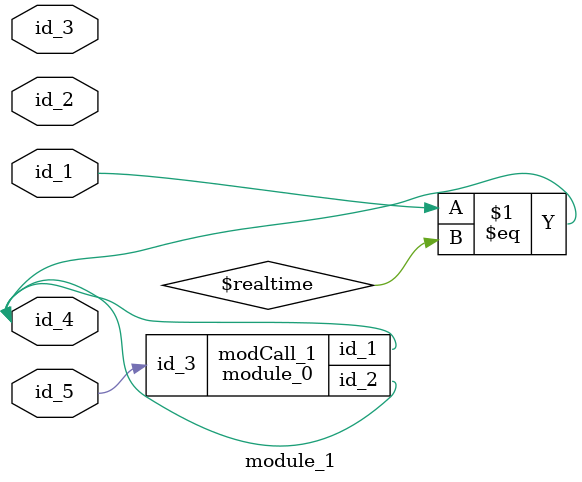
<source format=v>
module module_0 (
    id_1,
    id_2,
    id_3
);
  input wire id_3;
  inout wire id_2;
  output wire id_1;
endmodule
module module_1 (
    id_1,
    id_2,
    id_3,
    id_4,
    id_5
);
  input wire id_5;
  inout wire id_4;
  inout wire id_3;
  inout wire id_2;
  input wire id_1;
  module_0 modCall_1 (
      id_4,
      id_4,
      id_5
  );
  assign id_4 = id_1 == $realtime;
  specify
    (id_6 - => id_7) = (id_7  : -1 && $realtime && 1  : 1, $realtime : $realtime : id_5);
  endspecify
endmodule

</source>
